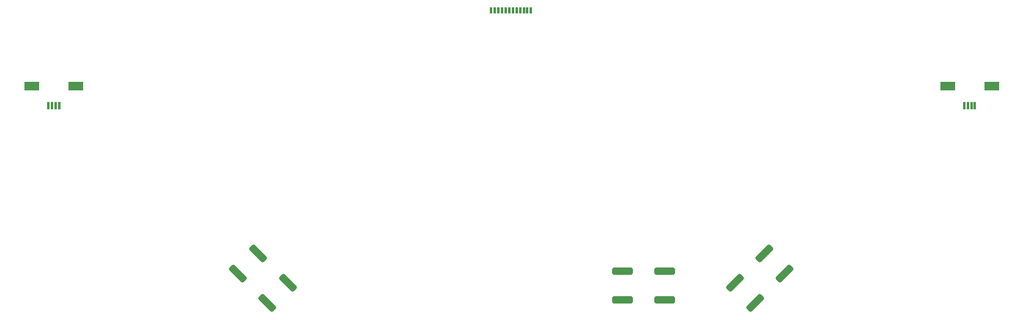
<source format=gbr>
%TF.GenerationSoftware,KiCad,Pcbnew,9.0.6-rc2*%
%TF.CreationDate,2025-11-20T00:57:41-08:00*%
%TF.ProjectId,LatteJr_Main_Board,4c617474-654a-4725-9f4d-61696e5f426f,rev?*%
%TF.SameCoordinates,Original*%
%TF.FileFunction,Paste,Bot*%
%TF.FilePolarity,Positive*%
%FSLAX46Y46*%
G04 Gerber Fmt 4.6, Leading zero omitted, Abs format (unit mm)*
G04 Created by KiCad (PCBNEW 9.0.6-rc2) date 2025-11-20 00:57:41*
%MOMM*%
%LPD*%
G01*
G04 APERTURE LIST*
G04 Aperture macros list*
%AMRoundRect*
0 Rectangle with rounded corners*
0 $1 Rounding radius*
0 $2 $3 $4 $5 $6 $7 $8 $9 X,Y pos of 4 corners*
0 Add a 4 corners polygon primitive as box body*
4,1,4,$2,$3,$4,$5,$6,$7,$8,$9,$2,$3,0*
0 Add four circle primitives for the rounded corners*
1,1,$1+$1,$2,$3*
1,1,$1+$1,$4,$5*
1,1,$1+$1,$6,$7*
1,1,$1+$1,$8,$9*
0 Add four rect primitives between the rounded corners*
20,1,$1+$1,$2,$3,$4,$5,0*
20,1,$1+$1,$4,$5,$6,$7,0*
20,1,$1+$1,$6,$7,$8,$9,0*
20,1,$1+$1,$8,$9,$2,$3,0*%
G04 Aperture macros list end*
%ADD10R,0.300000X1.000000*%
%ADD11R,2.000000X1.300000*%
%ADD12RoundRect,0.150000X-0.636396X-1.131371X1.131371X0.636396X0.636396X1.131371X-1.131371X-0.636396X0*%
%ADD13RoundRect,0.150000X-1.250000X-0.350000X1.250000X-0.350000X1.250000X0.350000X-1.250000X0.350000X0*%
%ADD14R,0.300000X0.900000*%
%ADD15RoundRect,0.150000X-1.131371X0.636396X0.636396X-1.131371X1.131371X-0.636396X-0.636396X1.131371X0*%
G04 APERTURE END LIST*
D10*
%TO.C,J5*%
X28508800Y-37066201D03*
X29008800Y-37066200D03*
X29508800Y-37066200D03*
X30008800Y-37066201D03*
D11*
X26208800Y-34366200D03*
X32308800Y-34366200D03*
%TD*%
D10*
%TO.C,J4*%
X155333000Y-37066201D03*
X155833000Y-37066200D03*
X156333000Y-37066200D03*
X156833000Y-37066201D03*
D11*
X153033000Y-34366200D03*
X159133000Y-34366200D03*
%TD*%
D12*
%TO.C,SW3*%
X126397863Y-64478711D03*
X130499082Y-60377492D03*
X123569436Y-61650284D03*
X127670655Y-57549065D03*
%TD*%
D13*
%TO.C,SW1*%
X108026200Y-64008000D03*
X113826200Y-64008000D03*
X108026200Y-60008000D03*
X113826200Y-60008000D03*
%TD*%
D14*
%TO.C,J3*%
X89852599Y-23903800D03*
X90352599Y-23903800D03*
X90852599Y-23903800D03*
X91352599Y-23903801D03*
X91852599Y-23903800D03*
X92352599Y-23903800D03*
X92852599Y-23903800D03*
X93352599Y-23903800D03*
X93852599Y-23903801D03*
X94352599Y-23903800D03*
X94852599Y-23903800D03*
X95352599Y-23903800D03*
%TD*%
D15*
%TO.C,SW4*%
X54753462Y-60377492D03*
X58854681Y-64478711D03*
X57581889Y-57549065D03*
X61683108Y-61650284D03*
%TD*%
M02*

</source>
